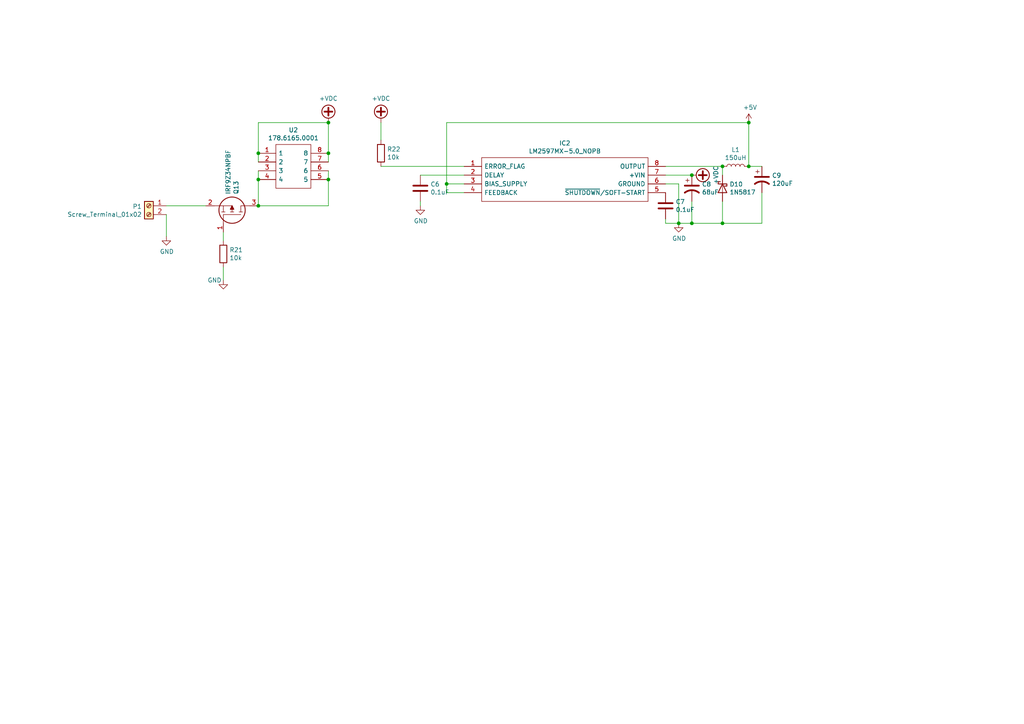
<source format=kicad_sch>
(kicad_sch (version 20211123) (generator eeschema)
  (paper "A4")
  (lib_symbols
    (symbol "Connector:Screw_Terminal_01x02" (pin_names (offset 1.016) hide)
      (property "Reference" "J" (at 0 2.54 0))
      (property "Value" "Screw_Terminal_01x02" (at 0 -5.08 0))
      (symbol "Screw_Terminal_01x02_1_1"
        (rectangle (start -1.27 1.27) (end 1.27 -3.81) (stroke (width 0.254)) (fill (type background)))
        (circle (center 0 -2.54) (radius 0.635) (stroke (width 0.1524)))
        (polyline (pts (xy -0.5334 -2.2098) (xy 0.3302 -3.048)) (stroke (width 0.1524)))
        (polyline (pts (xy -0.5334 0.3302) (xy 0.3302 -0.508)) (stroke (width 0.1524)))
        (polyline (pts (xy -0.3556 -2.032) (xy 0.508 -2.8702)) (stroke (width 0.1524)))
        (polyline (pts (xy -0.3556 0.508) (xy 0.508 -0.3302)) (stroke (width 0.1524)))
        (circle (center 0 0) (radius 0.635) (stroke (width 0.1524)))
        (pin passive line (at -5.08 0 0) (length 3.81) (name "Pin_1") (number "1"))
        (pin passive line (at -5.08 -2.54 0) (length 3.81) (name "Pin_2") (number "2"))
      )
    )
    (symbol "Device:C" (pin_numbers hide) (pin_names (offset 0.254))
      (property "Reference" "C" (at 0.635 2.54 0))
      (property "Value" "C" (at 0.635 -2.54 0))
      (symbol "C_0_1"
        (polyline (pts (xy -2.032 -0.762) (xy 2.032 -0.762)) (stroke (width 0.508)))
        (polyline (pts (xy -2.032 0.762) (xy 2.032 0.762)) (stroke (width 0.508)))
      )
      (symbol "C_1_1"
        (pin passive line (at 0 3.81 270) (length 2.794) (name "~") (number "1"))
        (pin passive line (at 0 -3.81 90) (length 2.794) (name "~") (number "2"))
      )
    )
    (symbol "Device:CP1" (pin_numbers hide) (pin_names (offset 0.254) hide)
      (property "Reference" "C" (at 0.635 2.54 0))
      (property "Value" "Device_CP1" (at 0.635 -2.54 0))
      (symbol "CP1_0_1"
        (polyline (pts (xy -2.032 0.762) (xy 2.032 0.762)) (stroke (width 0.508)))
        (polyline (pts (xy -1.778 2.286) (xy -0.762 2.286)))
        (polyline (pts (xy -1.27 1.778) (xy -1.27 2.794)))
        (arc (start 2.032 -1.27) (mid 0 -0.5572) (end -2.032 -1.27) (stroke (width 0.508)))
      )
      (symbol "CP1_1_1"
        (pin passive line (at 0 3.81 270) (length 2.794) (name "~") (number "1"))
        (pin passive line (at 0 -3.81 90) (length 3.302) (name "~") (number "2"))
      )
    )
    (symbol "Device:L" (pin_numbers hide) (pin_names (offset 1.016) hide)
      (property "Reference" "L" (at -1.27 0 90))
      (property "Value" "L" (at 1.905 0 90))
      (symbol "L_0_1"
        (arc (start 0 -2.54) (mid 0.635 -1.905) (end 0 -1.27))
        (arc (start 0 -1.27) (mid 0.635 -0.635) (end 0 0))
        (arc (start 0 0) (mid 0.635 0.635) (end 0 1.27))
        (arc (start 0 1.27) (mid 0.635 1.905) (end 0 2.54))
      )
      (symbol "L_1_1"
        (pin passive line (at 0 3.81 270) (length 1.27) (name "1") (number "1"))
        (pin passive line (at 0 -3.81 90) (length 1.27) (name "2") (number "2"))
      )
    )
    (symbol "Device:R" (pin_numbers hide) (pin_names (offset 0))
      (property "Reference" "R" (at 2.032 0 90))
      (property "Value" "R" (at 0 0 90))
      (symbol "R_0_1"
        (rectangle (start -1.016 -2.54) (end 1.016 2.54) (stroke (width 0.254)))
      )
      (symbol "R_1_1"
        (pin passive line (at 0 3.81 270) (length 1.27) (name "~") (number "1"))
        (pin passive line (at 0 -3.81 90) (length 1.27) (name "~") (number "2"))
      )
    )
    (symbol "Diode:1N5817" (pin_numbers hide) (pin_names (offset 1.016) hide)
      (property "Reference" "D" (at 0 2.54 0))
      (property "Value" "1N5817" (at 0 -2.54 0))
      (symbol "1N5817_0_1"
        (polyline (pts (xy 1.27 0) (xy -1.27 0)))
        (polyline (pts (xy 1.27 1.27) (xy 1.27 -1.27) (xy -1.27 0) (xy 1.27 1.27)) (stroke (width 0.254)))
        (polyline (pts (xy -1.905 0.635) (xy -1.905 1.27) (xy -1.27 1.27) (xy -1.27 -1.27) (xy -0.635 -1.27) (xy -0.635 -0.635)) (stroke (width 0.254)))
      )
      (symbol "1N5817_1_1"
        (pin passive line (at -3.81 0 0) (length 2.54) (name "K") (number "1"))
        (pin passive line (at 3.81 0 180) (length 2.54) (name "A") (number "2"))
      )
    )
    (symbol "SamacSys_Parts:178.6165.0001" (pin_names (offset 0.762))
      (property "Reference" "U" (at 16.51 7.62 0))
      (property "Value" "SamacSys_Parts_178.6165.0001" (at 16.51 5.08 0))
      (symbol "178.6165.0001_0_0"
        (pin passive line (at 0 0 0) (length 5.08) (name "1") (number "1"))
        (pin passive line (at 0 -2.54 0) (length 5.08) (name "2") (number "2"))
        (pin passive line (at 0 -5.08 0) (length 5.08) (name "3") (number "3"))
        (pin passive line (at 0 -7.62 0) (length 5.08) (name "4") (number "4"))
        (pin passive line (at 20.32 -7.62 180) (length 5.08) (name "5") (number "5"))
        (pin passive line (at 20.32 -5.08 180) (length 5.08) (name "6") (number "6"))
        (pin passive line (at 20.32 -2.54 180) (length 5.08) (name "7") (number "7"))
        (pin passive line (at 20.32 0 180) (length 5.08) (name "8") (number "8"))
      )
      (symbol "178.6165.0001_0_1"
        (polyline (pts (xy 5.08 2.54) (xy 15.24 2.54) (xy 15.24 -10.16) (xy 5.08 -10.16) (xy 5.08 2.54)) (stroke (width 0.1524)))
      )
    )
    (symbol "SamacSys_Parts:IRF9Z34NPBF" (pin_names (offset 0.762))
      (property "Reference" "Q" (at 11.43 3.81 0))
      (property "Value" "SamacSys_Parts_IRF9Z34NPBF" (at 11.43 1.27 0))
      (symbol "IRF9Z34NPBF_0_0"
        (pin passive line (at 0 0 0) (length 2.54) (name "~") (number "1"))
        (pin passive line (at 7.62 -5.08 90) (length 2.54) (name "~") (number "2"))
        (pin passive line (at 7.62 10.16 270) (length 2.54) (name "~") (number "3"))
      )
      (symbol "IRF9Z34NPBF_0_1"
        (polyline (pts (xy 5.842 -0.508) (xy 5.842 0.508)) (stroke (width 0.1524)))
        (polyline (pts (xy 5.842 0) (xy 7.62 0)) (stroke (width 0.1524)))
        (polyline (pts (xy 5.842 2.032) (xy 5.842 3.048)) (stroke (width 0.1524)))
        (polyline (pts (xy 5.842 5.588) (xy 5.842 4.572)) (stroke (width 0.1524)))
        (polyline (pts (xy 7.62 2.54) (xy 5.842 2.54)) (stroke (width 0.1524)))
        (polyline (pts (xy 7.62 2.54) (xy 7.62 -2.54)) (stroke (width 0.1524)))
        (polyline (pts (xy 7.62 5.08) (xy 5.842 5.08)) (stroke (width 0.1524)))
        (polyline (pts (xy 7.62 5.08) (xy 7.62 7.62)) (stroke (width 0.1524)))
        (polyline (pts (xy 2.54 0) (xy 5.08 0) (xy 5.08 5.08)) (stroke (width 0.1524)))
        (polyline (pts (xy 7.62 2.54) (xy 6.604 3.048) (xy 6.604 2.032) (xy 7.62 2.54)) (stroke (width 0.254)) (fill (type outline)))
        (circle (center 6.35 2.54) (radius 3.81) (stroke (width 0.254)))
      )
    )
    (symbol "SamacSys_Parts:LM2597MX-5.0_NOPB" (pin_names (offset 0.762))
      (property "Reference" "IC" (at 54.61 7.62 0))
      (property "Value" "SamacSys_Parts_LM2597MX-5.0_NOPB" (at 54.61 5.08 0))
      (symbol "LM2597MX-5.0_NOPB_0_0"
        (pin passive line (at 0 0 0) (length 5.08) (name "ERROR_FLAG") (number "1"))
        (pin passive line (at 0 -2.54 0) (length 5.08) (name "DELAY") (number "2"))
        (pin passive line (at 0 -5.08 0) (length 5.08) (name "BIAS_SUPPLY") (number "3"))
        (pin passive line (at 0 -7.62 0) (length 5.08) (name "FEEDBACK") (number "4"))
        (pin passive line (at 58.42 -7.62 180) (length 5.08) (name "~{SHUTDOWN}/SOFT-START") (number "5"))
        (pin passive line (at 58.42 -5.08 180) (length 5.08) (name "GROUND") (number "6"))
        (pin passive line (at 58.42 -2.54 180) (length 5.08) (name "+VIN") (number "7"))
        (pin passive line (at 58.42 0 180) (length 5.08) (name "OUTPUT") (number "8"))
      )
      (symbol "LM2597MX-5.0_NOPB_0_1"
        (polyline (pts (xy 5.08 2.54) (xy 53.34 2.54) (xy 53.34 -10.16) (xy 5.08 -10.16) (xy 5.08 2.54)) (stroke (width 0.1524)))
      )
    )
    (symbol "power:+5V" (power) (pin_names (offset 0))
      (property "Value" "+5V" (at 0 3.556 0))
      (symbol "+5V_0_1"
        (polyline (pts (xy -0.762 1.27) (xy 0 2.54)))
        (polyline (pts (xy 0 0) (xy 0 2.54)))
        (polyline (pts (xy 0 2.54) (xy 0.762 1.27)))
      )
      (symbol "+5V_1_1"
        (pin power_in line (at 0 0 90) (length 0) hide (name "+5V") (number "1"))
      )
    )
    (symbol "power:+VDC" (power) (pin_names (offset 0))
      (property "Value" "+VDC" (at 0 6.35 0))
      (symbol "+VDC_0_1"
        (polyline (pts (xy -1.143 3.175) (xy 1.143 3.175)) (stroke (width 0.508)))
        (polyline (pts (xy 0 0) (xy 0 1.27)))
        (polyline (pts (xy 0 2.032) (xy 0 4.318)) (stroke (width 0.508)))
        (circle (center 0 3.175) (radius 1.905) (stroke (width 0.254)))
      )
      (symbol "+VDC_1_1"
        (pin power_in line (at 0 0 90) (length 0) hide (name "+VDC") (number "1"))
      )
    )
    (symbol "power:GND" (power) (pin_names (offset 0))
      (property "Value" "GND" (at 0 -3.81 0))
      (symbol "GND_0_1"
        (polyline (pts (xy 0 0) (xy 0 -1.27) (xy 1.27 -1.27) (xy 0 -2.54) (xy -1.27 -1.27) (xy 0 -1.27)))
      )
      (symbol "GND_1_1"
        (pin power_in line (at 0 0 270) (length 0) hide (name "GND") (number "1"))
      )
    )
  )
  (junction (at 196.85 64.77))
  (junction (at 74.93 52.07))
  (junction (at 209.55 64.77))
  (junction (at 217.17 35.56))
  (junction (at 74.93 44.45))
  (junction (at 129.54 53.34))
  (junction (at 95.25 44.45))
  (junction (at 200.66 50.8))
  (junction (at 95.25 52.07))
  (junction (at 217.17 48.26))
  (junction (at 95.25 35.56))
  (junction (at 74.93 59.69))
  (junction (at 200.66 64.77))
  (junction (at 209.55 48.26))
  (wire (pts (xy 95.25 59.69) (xy 95.25 52.07)))
  (wire (pts (xy 134.62 50.8) (xy 121.92 50.8)))
  (wire (pts (xy 129.54 35.56) (xy 217.17 35.56)))
  (wire (pts (xy 134.62 55.88) (xy 129.54 55.88)))
  (wire (pts (xy 220.98 55.88) (xy 220.98 64.77)))
  (wire (pts (xy 200.66 58.42) (xy 200.66 64.77)))
  (wire (pts (xy 196.85 53.34) (xy 196.85 64.77)))
  (wire (pts (xy 209.55 48.26) (xy 193.04 48.26)))
  (wire (pts (xy 95.25 46.99) (xy 95.25 44.45)))
  (wire (pts (xy 64.77 77.47) (xy 64.77 81.28)))
  (wire (pts (xy 217.17 48.26) (xy 220.98 48.26)))
  (wire (pts (xy 217.17 35.56) (xy 217.17 48.26)))
  (wire (pts (xy 129.54 55.88) (xy 129.54 53.34)))
  (wire (pts (xy 74.93 59.69) (xy 95.25 59.69)))
  (wire (pts (xy 74.93 52.07) (xy 74.93 59.69)))
  (wire (pts (xy 74.93 35.56) (xy 95.25 35.56)))
  (wire (pts (xy 220.98 64.77) (xy 209.55 64.77)))
  (wire (pts (xy 129.54 53.34) (xy 134.62 53.34)))
  (wire (pts (xy 209.55 64.77) (xy 200.66 64.77)))
  (wire (pts (xy 200.66 50.8) (xy 193.04 50.8)))
  (wire (pts (xy 95.25 44.45) (xy 95.25 35.56)))
  (wire (pts (xy 74.93 49.53) (xy 74.93 52.07)))
  (wire (pts (xy 48.26 68.58) (xy 48.26 62.23)))
  (wire (pts (xy 59.69 59.69) (xy 48.26 59.69)))
  (wire (pts (xy 193.04 64.77) (xy 196.85 64.77)))
  (wire (pts (xy 110.49 40.64) (xy 110.49 35.56)))
  (wire (pts (xy 129.54 53.34) (xy 129.54 35.56)))
  (wire (pts (xy 200.66 64.77) (xy 196.85 64.77)))
  (wire (pts (xy 74.93 46.99) (xy 74.93 44.45)))
  (wire (pts (xy 95.25 52.07) (xy 95.25 49.53)))
  (wire (pts (xy 193.04 53.34) (xy 196.85 53.34)))
  (wire (pts (xy 74.93 35.56) (xy 74.93 44.45)))
  (wire (pts (xy 209.55 50.8) (xy 209.55 48.26)))
  (wire (pts (xy 193.04 63.5) (xy 193.04 64.77)))
  (wire (pts (xy 64.77 69.85) (xy 64.77 67.31)))
  (wire (pts (xy 134.62 48.26) (xy 110.49 48.26)))
  (wire (pts (xy 121.92 59.69) (xy 121.92 58.42)))
  (wire (pts (xy 209.55 58.42) (xy 209.55 64.77)))
  (symbol (lib_id "Device:CP1") (at 200.66 54.61 0) (unit 1)
    (property "Reference" "C8" (at 203.581 53.4416 0) (effects (justify left)))
    (property "Value" "68uF" (at 203.581 55.753 0) (effects (justify left)))
    (property "Footprint" "Capacitor_THT:CP_Radial_D8.0mm_P3.50mm" (effects hide))
  )
  (symbol (lib_id "power:GND") (at 48.26 68.58 0) (unit 1)
    (property "Reference" "#PWR034" (effects hide))
    (property "Value" "GND" (at 48.387 72.9742 0))
  )
  (symbol (lib_id "SamacSys_Parts:LM2597MX-5.0_NOPB") (at 134.62 48.26 0) (unit 1)
    (property "Reference" "IC2" (at 163.83 41.529 0))
    (property "Value" "LM2597MX-5.0_NOPB" (at 163.83 43.8404 0))
    (property "Footprint" "SamacSys_Parts:SOIC127P600X175-8N" (effects hide))
    (property "Datasheet" "http://www.ti.com/lit/gpn/LM2597" (effects hide))
    (property "Description" "SIMPLE SWITCHER Power Converter 150 kHz 0.5A Step-Down Voltage Regulator" (effects hide))
    (property "Height" "1.75" (effects hide))
    (property "Mouser Part Number" "926-LM2597MX50NOPB" (effects hide))
    (property "Mouser Price/Stock" "https://www.mouser.com/Search/Refine.aspx?Keyword=926-LM2597MX50NOPB" (effects hide))
    (property "Manufacturer_Name" "Texas Instruments" (effects hide))
    (property "Manufacturer_Part_Number" "LM2597MX-5.0/NOPB" (effects hide))
  )
  (symbol (lib_id "power:+VDC") (at 200.66 50.8 270) (mirror x) (unit 1)
    (property "Reference" "#PWR040" (effects hide))
    (property "Value" "+VDC" (at 207.645 50.8 0))
  )
  (symbol (lib_id "Device:C") (at 193.04 59.69 0) (unit 1)
    (property "Reference" "C7" (at 195.961 58.5216 0) (effects (justify left)))
    (property "Value" "0.1uF" (at 195.961 60.833 0) (effects (justify left)))
    (property "Footprint" "Capacitor_THT:C_Disc_D4.7mm_W2.5mm_P5.00mm" (effects hide))
  )
  (symbol (lib_id "Device:R") (at 64.77 73.66 0) (unit 1)
    (property "Reference" "R21" (at 66.548 72.4916 0) (effects (justify left)))
    (property "Value" "10k" (at 66.548 74.803 0) (effects (justify left)))
    (property "Footprint" "Resistor_THT:R_Axial_DIN0207_L6.3mm_D2.5mm_P2.54mm_Vertical" (effects hide))
  )
  (symbol (lib_id "power:+VDC") (at 95.25 35.56 0) (unit 1)
    (property "Reference" "#PWR036" (effects hide))
    (property "Value" "+VDC" (at 95.25 28.575 0))
  )
  (symbol (lib_id "Diode:1N5817") (at 209.55 54.61 90) (mirror x) (unit 1)
    (property "Reference" "D10" (at 211.582 53.4416 90) (effects (justify right)))
    (property "Value" "1N5817" (at 211.582 55.753 90) (effects (justify right)))
    (property "Footprint" "Diode_THT:D_DO-41_SOD81_P10.16mm_Horizontal" (effects hide))
    (property "Datasheet" "http://www.vishay.com/docs/88525/1n5817.pdf" (effects hide))
  )
  (symbol (lib_id "Device:L") (at 213.36 48.26 90) (unit 1)
    (property "Reference" "L1" (at 213.36 43.434 90))
    (property "Value" "150uH" (at 213.36 45.7454 90))
    (property "Footprint" "Inductor_THT:L_Axial_L6.6mm_D2.7mm_P10.16mm_Horizontal_Vishay_IM-2" (effects hide))
  )
  (symbol (lib_id "power:+5V") (at 217.17 35.56 0) (unit 1)
    (property "Reference" "#PWR041" (effects hide))
    (property "Value" "+5V" (at 217.551 31.1658 0))
  )
  (symbol (lib_id "power:GND") (at 121.92 59.69 0) (unit 1)
    (property "Reference" "#PWR038" (effects hide))
    (property "Value" "GND" (at 122.047 64.0842 0))
  )
  (symbol (lib_id "SamacSys_Parts:IRF9Z34NPBF") (at 64.77 67.31 270) (mirror x) (unit 1)
    (property "Reference" "Q13" (at 68.4784 56.388 0) (effects (justify left)))
    (property "Value" "IRF9Z34NPBF" (at 66.167 56.388 0) (effects (justify left)))
    (property "Footprint" "SamacSys_Parts:TO254P469X1042X1967-3P" (effects hide))
    (property "Datasheet" "https://www.infineon.com/dgdl/irf9z34npbf.pdf?fileId=5546d462533600a40153561220af1ddd" (effects hide))
    (property "Description" "MOSFET MOSFT PCh -55V -17A 100mOhm 23.3nC" (effects hide))
    (property "Height" "4.69" (effects hide))
    (property "Mouser Part Number" "942-IRF9Z34NPBF" (effects hide))
    (property "Mouser Price/Stock" "https://www.mouser.co.uk/ProductDetail/Infineon-IR/IRF9Z34NPBF?qs=9%252BKlkBgLFf16a%2FvlD%252BMCtQ%3D%3D" (effects hide))
    (property "Manufacturer_Name" "Infineon" (effects hide))
    (property "Manufacturer_Part_Number" "IRF9Z34NPBF" (effects hide))
  )
  (symbol (lib_id "power:GND") (at 64.77 81.28 0) (unit 1)
    (property "Reference" "#PWR035" (effects hide))
    (property "Value" "GND" (at 62.23 81.28 0))
  )
  (symbol (lib_id "Device:C") (at 121.92 54.61 0) (unit 1)
    (property "Reference" "C6" (at 124.841 53.4416 0) (effects (justify left)))
    (property "Value" "0.1uF" (at 124.841 55.753 0) (effects (justify left)))
    (property "Footprint" "Capacitor_THT:C_Disc_D4.7mm_W2.5mm_P5.00mm" (effects hide))
  )
  (symbol (lib_id "Device:R") (at 110.49 44.45 0) (unit 1)
    (property "Reference" "R22" (at 112.268 43.2816 0) (effects (justify left)))
    (property "Value" "10k" (at 112.268 45.593 0) (effects (justify left)))
    (property "Footprint" "Resistor_THT:R_Axial_DIN0207_L6.3mm_D2.5mm_P2.54mm_Vertical" (effects hide))
  )
  (symbol (lib_id "Connector:Screw_Terminal_01x02") (at 43.18 59.69 0) (mirror y) (unit 1)
    (property "Reference" "P1" (at 41.148 59.8932 0) (effects (justify left)))
    (property "Value" "Screw_Terminal_01x02" (at 41.148 62.2046 0) (effects (justify left)))
    (property "Footprint" "TerminalBlock_Phoenix:TerminalBlock_Phoenix_MKDS-1,5-2-5.08_1x02_P5.08mm_Horizontal" (effects hide))
  )
  (symbol (lib_id "power:GND") (at 196.85 64.77 0) (unit 1)
    (property "Reference" "#PWR039" (effects hide))
    (property "Value" "GND" (at 196.977 69.1642 0))
  )
  (symbol (lib_id "Device:CP1") (at 220.98 52.07 0) (unit 1)
    (property "Reference" "C9" (at 223.901 50.9016 0) (effects (justify left)))
    (property "Value" "120uF" (at 223.901 53.213 0) (effects (justify left)))
    (property "Footprint" "Capacitor_THT:CP_Radial_D8.0mm_P3.50mm" (effects hide))
  )
  (symbol (lib_id "SamacSys_Parts:178.6165.0001") (at 74.93 44.45 0) (unit 1)
    (property "Reference" "U2" (at 85.09 37.719 0))
    (property "Value" "178.6165.0001" (at 85.09 40.0304 0))
    (property "Footprint" "SamacSys_Parts:17861650001" (effects hide))
    (property "Description" "FLR PCB FUSE HOLDER FOR ATO STYLE BLADE FUSE RATED 58V" (effects hide))
    (property "Height" "17.5" (effects hide))
    (property "Mouser Part Number" "576-178.6165.0001" (effects hide))
    (property "Mouser Price/Stock" "https://www.mouser.co.uk/ProductDetail/Littelfuse/17861650001?qs=CSLd874fYV1KI1oBGU5EQg%3D%3D" (effects hide))
    (property "Manufacturer_Name" "LITTELFUSE" (effects hide))
    (property "Manufacturer_Part_Number" "178.6165.0001" (effects hide))
  )
  (symbol (lib_id "power:+VDC") (at 110.49 35.56 0) (unit 1)
    (property "Reference" "#PWR037" (effects hide))
    (property "Value" "+VDC" (at 110.49 28.575 0))
  )
)
</source>
